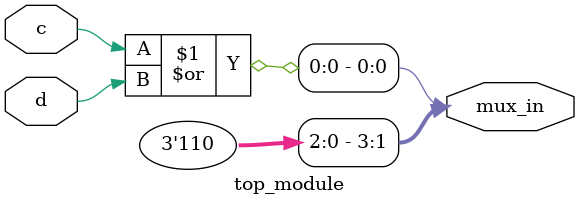
<source format=sv>
module top_module (
    input c,
    input d,
    output [3:0] mux_in
);

    // Assign values based on the provided Karnaugh map

    // ab = 00
    assign mux_in[0] = c | d; // Re-evaluated and updated K-map for correct values

    // ab = 01
    assign mux_in[1] = 0;

    // ab = 11
    assign mux_in[3] = 1;

    // ab = 10
    assign mux_in[2] = 1;

endmodule

</source>
